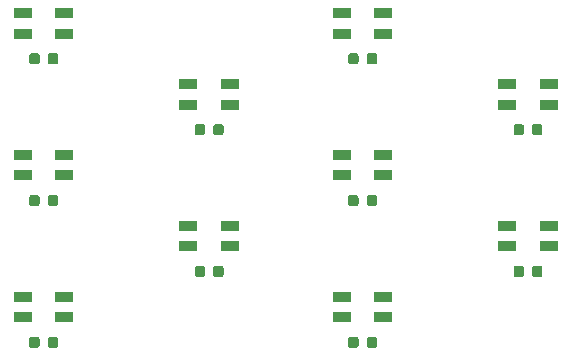
<source format=gtp>
G04 #@! TF.GenerationSoftware,KiCad,Pcbnew,(5.1.4)-1*
G04 #@! TF.CreationDate,2019-10-14T20:14:25-04:00*
G04 #@! TF.ProjectId,badger-badge,62616467-6572-42d6-9261-6467652e6b69,rev?*
G04 #@! TF.SameCoordinates,Original*
G04 #@! TF.FileFunction,Paste,Top*
G04 #@! TF.FilePolarity,Positive*
%FSLAX46Y46*%
G04 Gerber Fmt 4.6, Leading zero omitted, Abs format (unit mm)*
G04 Created by KiCad (PCBNEW (5.1.4)-1) date 2019-10-14 20:14:25*
%MOMM*%
%LPD*%
G04 APERTURE LIST*
%ADD10R,1.600000X0.850000*%
%ADD11C,0.100000*%
%ADD12C,0.875000*%
G04 APERTURE END LIST*
D10*
X85750000Y-97875000D03*
X85750000Y-96125000D03*
X82250000Y-97875000D03*
X82250000Y-96125000D03*
X58750000Y-85875000D03*
X58750000Y-84125000D03*
X55250000Y-85875000D03*
X55250000Y-84125000D03*
X58750000Y-97875000D03*
X58750000Y-96125000D03*
X55250000Y-97875000D03*
X55250000Y-96125000D03*
X99750000Y-79875000D03*
X99750000Y-78125000D03*
X96250000Y-79875000D03*
X96250000Y-78125000D03*
X99750000Y-91875000D03*
X99750000Y-90125000D03*
X96250000Y-91875000D03*
X96250000Y-90125000D03*
X72750000Y-79875000D03*
X72750000Y-78125000D03*
X69250000Y-79875000D03*
X69250000Y-78125000D03*
X72750000Y-91875000D03*
X72750000Y-90125000D03*
X69250000Y-91875000D03*
X69250000Y-90125000D03*
X85750000Y-73875000D03*
X85750000Y-72125000D03*
X82250000Y-73875000D03*
X82250000Y-72125000D03*
X85750000Y-85875000D03*
X85750000Y-84125000D03*
X82250000Y-85875000D03*
X82250000Y-84125000D03*
X58750000Y-73875000D03*
X58750000Y-72125000D03*
X55250000Y-73875000D03*
X55250000Y-72125000D03*
D11*
G36*
X85027691Y-99526053D02*
G01*
X85048926Y-99529203D01*
X85069750Y-99534419D01*
X85089962Y-99541651D01*
X85109368Y-99550830D01*
X85127781Y-99561866D01*
X85145024Y-99574654D01*
X85160930Y-99589070D01*
X85175346Y-99604976D01*
X85188134Y-99622219D01*
X85199170Y-99640632D01*
X85208349Y-99660038D01*
X85215581Y-99680250D01*
X85220797Y-99701074D01*
X85223947Y-99722309D01*
X85225000Y-99743750D01*
X85225000Y-100256250D01*
X85223947Y-100277691D01*
X85220797Y-100298926D01*
X85215581Y-100319750D01*
X85208349Y-100339962D01*
X85199170Y-100359368D01*
X85188134Y-100377781D01*
X85175346Y-100395024D01*
X85160930Y-100410930D01*
X85145024Y-100425346D01*
X85127781Y-100438134D01*
X85109368Y-100449170D01*
X85089962Y-100458349D01*
X85069750Y-100465581D01*
X85048926Y-100470797D01*
X85027691Y-100473947D01*
X85006250Y-100475000D01*
X84568750Y-100475000D01*
X84547309Y-100473947D01*
X84526074Y-100470797D01*
X84505250Y-100465581D01*
X84485038Y-100458349D01*
X84465632Y-100449170D01*
X84447219Y-100438134D01*
X84429976Y-100425346D01*
X84414070Y-100410930D01*
X84399654Y-100395024D01*
X84386866Y-100377781D01*
X84375830Y-100359368D01*
X84366651Y-100339962D01*
X84359419Y-100319750D01*
X84354203Y-100298926D01*
X84351053Y-100277691D01*
X84350000Y-100256250D01*
X84350000Y-99743750D01*
X84351053Y-99722309D01*
X84354203Y-99701074D01*
X84359419Y-99680250D01*
X84366651Y-99660038D01*
X84375830Y-99640632D01*
X84386866Y-99622219D01*
X84399654Y-99604976D01*
X84414070Y-99589070D01*
X84429976Y-99574654D01*
X84447219Y-99561866D01*
X84465632Y-99550830D01*
X84485038Y-99541651D01*
X84505250Y-99534419D01*
X84526074Y-99529203D01*
X84547309Y-99526053D01*
X84568750Y-99525000D01*
X85006250Y-99525000D01*
X85027691Y-99526053D01*
X85027691Y-99526053D01*
G37*
D12*
X84787500Y-100000000D03*
D11*
G36*
X83452691Y-99526053D02*
G01*
X83473926Y-99529203D01*
X83494750Y-99534419D01*
X83514962Y-99541651D01*
X83534368Y-99550830D01*
X83552781Y-99561866D01*
X83570024Y-99574654D01*
X83585930Y-99589070D01*
X83600346Y-99604976D01*
X83613134Y-99622219D01*
X83624170Y-99640632D01*
X83633349Y-99660038D01*
X83640581Y-99680250D01*
X83645797Y-99701074D01*
X83648947Y-99722309D01*
X83650000Y-99743750D01*
X83650000Y-100256250D01*
X83648947Y-100277691D01*
X83645797Y-100298926D01*
X83640581Y-100319750D01*
X83633349Y-100339962D01*
X83624170Y-100359368D01*
X83613134Y-100377781D01*
X83600346Y-100395024D01*
X83585930Y-100410930D01*
X83570024Y-100425346D01*
X83552781Y-100438134D01*
X83534368Y-100449170D01*
X83514962Y-100458349D01*
X83494750Y-100465581D01*
X83473926Y-100470797D01*
X83452691Y-100473947D01*
X83431250Y-100475000D01*
X82993750Y-100475000D01*
X82972309Y-100473947D01*
X82951074Y-100470797D01*
X82930250Y-100465581D01*
X82910038Y-100458349D01*
X82890632Y-100449170D01*
X82872219Y-100438134D01*
X82854976Y-100425346D01*
X82839070Y-100410930D01*
X82824654Y-100395024D01*
X82811866Y-100377781D01*
X82800830Y-100359368D01*
X82791651Y-100339962D01*
X82784419Y-100319750D01*
X82779203Y-100298926D01*
X82776053Y-100277691D01*
X82775000Y-100256250D01*
X82775000Y-99743750D01*
X82776053Y-99722309D01*
X82779203Y-99701074D01*
X82784419Y-99680250D01*
X82791651Y-99660038D01*
X82800830Y-99640632D01*
X82811866Y-99622219D01*
X82824654Y-99604976D01*
X82839070Y-99589070D01*
X82854976Y-99574654D01*
X82872219Y-99561866D01*
X82890632Y-99550830D01*
X82910038Y-99541651D01*
X82930250Y-99534419D01*
X82951074Y-99529203D01*
X82972309Y-99526053D01*
X82993750Y-99525000D01*
X83431250Y-99525000D01*
X83452691Y-99526053D01*
X83452691Y-99526053D01*
G37*
D12*
X83212500Y-100000000D03*
D11*
G36*
X58027691Y-99526053D02*
G01*
X58048926Y-99529203D01*
X58069750Y-99534419D01*
X58089962Y-99541651D01*
X58109368Y-99550830D01*
X58127781Y-99561866D01*
X58145024Y-99574654D01*
X58160930Y-99589070D01*
X58175346Y-99604976D01*
X58188134Y-99622219D01*
X58199170Y-99640632D01*
X58208349Y-99660038D01*
X58215581Y-99680250D01*
X58220797Y-99701074D01*
X58223947Y-99722309D01*
X58225000Y-99743750D01*
X58225000Y-100256250D01*
X58223947Y-100277691D01*
X58220797Y-100298926D01*
X58215581Y-100319750D01*
X58208349Y-100339962D01*
X58199170Y-100359368D01*
X58188134Y-100377781D01*
X58175346Y-100395024D01*
X58160930Y-100410930D01*
X58145024Y-100425346D01*
X58127781Y-100438134D01*
X58109368Y-100449170D01*
X58089962Y-100458349D01*
X58069750Y-100465581D01*
X58048926Y-100470797D01*
X58027691Y-100473947D01*
X58006250Y-100475000D01*
X57568750Y-100475000D01*
X57547309Y-100473947D01*
X57526074Y-100470797D01*
X57505250Y-100465581D01*
X57485038Y-100458349D01*
X57465632Y-100449170D01*
X57447219Y-100438134D01*
X57429976Y-100425346D01*
X57414070Y-100410930D01*
X57399654Y-100395024D01*
X57386866Y-100377781D01*
X57375830Y-100359368D01*
X57366651Y-100339962D01*
X57359419Y-100319750D01*
X57354203Y-100298926D01*
X57351053Y-100277691D01*
X57350000Y-100256250D01*
X57350000Y-99743750D01*
X57351053Y-99722309D01*
X57354203Y-99701074D01*
X57359419Y-99680250D01*
X57366651Y-99660038D01*
X57375830Y-99640632D01*
X57386866Y-99622219D01*
X57399654Y-99604976D01*
X57414070Y-99589070D01*
X57429976Y-99574654D01*
X57447219Y-99561866D01*
X57465632Y-99550830D01*
X57485038Y-99541651D01*
X57505250Y-99534419D01*
X57526074Y-99529203D01*
X57547309Y-99526053D01*
X57568750Y-99525000D01*
X58006250Y-99525000D01*
X58027691Y-99526053D01*
X58027691Y-99526053D01*
G37*
D12*
X57787500Y-100000000D03*
D11*
G36*
X56452691Y-99526053D02*
G01*
X56473926Y-99529203D01*
X56494750Y-99534419D01*
X56514962Y-99541651D01*
X56534368Y-99550830D01*
X56552781Y-99561866D01*
X56570024Y-99574654D01*
X56585930Y-99589070D01*
X56600346Y-99604976D01*
X56613134Y-99622219D01*
X56624170Y-99640632D01*
X56633349Y-99660038D01*
X56640581Y-99680250D01*
X56645797Y-99701074D01*
X56648947Y-99722309D01*
X56650000Y-99743750D01*
X56650000Y-100256250D01*
X56648947Y-100277691D01*
X56645797Y-100298926D01*
X56640581Y-100319750D01*
X56633349Y-100339962D01*
X56624170Y-100359368D01*
X56613134Y-100377781D01*
X56600346Y-100395024D01*
X56585930Y-100410930D01*
X56570024Y-100425346D01*
X56552781Y-100438134D01*
X56534368Y-100449170D01*
X56514962Y-100458349D01*
X56494750Y-100465581D01*
X56473926Y-100470797D01*
X56452691Y-100473947D01*
X56431250Y-100475000D01*
X55993750Y-100475000D01*
X55972309Y-100473947D01*
X55951074Y-100470797D01*
X55930250Y-100465581D01*
X55910038Y-100458349D01*
X55890632Y-100449170D01*
X55872219Y-100438134D01*
X55854976Y-100425346D01*
X55839070Y-100410930D01*
X55824654Y-100395024D01*
X55811866Y-100377781D01*
X55800830Y-100359368D01*
X55791651Y-100339962D01*
X55784419Y-100319750D01*
X55779203Y-100298926D01*
X55776053Y-100277691D01*
X55775000Y-100256250D01*
X55775000Y-99743750D01*
X55776053Y-99722309D01*
X55779203Y-99701074D01*
X55784419Y-99680250D01*
X55791651Y-99660038D01*
X55800830Y-99640632D01*
X55811866Y-99622219D01*
X55824654Y-99604976D01*
X55839070Y-99589070D01*
X55854976Y-99574654D01*
X55872219Y-99561866D01*
X55890632Y-99550830D01*
X55910038Y-99541651D01*
X55930250Y-99534419D01*
X55951074Y-99529203D01*
X55972309Y-99526053D01*
X55993750Y-99525000D01*
X56431250Y-99525000D01*
X56452691Y-99526053D01*
X56452691Y-99526053D01*
G37*
D12*
X56212500Y-100000000D03*
D11*
G36*
X99027691Y-93526053D02*
G01*
X99048926Y-93529203D01*
X99069750Y-93534419D01*
X99089962Y-93541651D01*
X99109368Y-93550830D01*
X99127781Y-93561866D01*
X99145024Y-93574654D01*
X99160930Y-93589070D01*
X99175346Y-93604976D01*
X99188134Y-93622219D01*
X99199170Y-93640632D01*
X99208349Y-93660038D01*
X99215581Y-93680250D01*
X99220797Y-93701074D01*
X99223947Y-93722309D01*
X99225000Y-93743750D01*
X99225000Y-94256250D01*
X99223947Y-94277691D01*
X99220797Y-94298926D01*
X99215581Y-94319750D01*
X99208349Y-94339962D01*
X99199170Y-94359368D01*
X99188134Y-94377781D01*
X99175346Y-94395024D01*
X99160930Y-94410930D01*
X99145024Y-94425346D01*
X99127781Y-94438134D01*
X99109368Y-94449170D01*
X99089962Y-94458349D01*
X99069750Y-94465581D01*
X99048926Y-94470797D01*
X99027691Y-94473947D01*
X99006250Y-94475000D01*
X98568750Y-94475000D01*
X98547309Y-94473947D01*
X98526074Y-94470797D01*
X98505250Y-94465581D01*
X98485038Y-94458349D01*
X98465632Y-94449170D01*
X98447219Y-94438134D01*
X98429976Y-94425346D01*
X98414070Y-94410930D01*
X98399654Y-94395024D01*
X98386866Y-94377781D01*
X98375830Y-94359368D01*
X98366651Y-94339962D01*
X98359419Y-94319750D01*
X98354203Y-94298926D01*
X98351053Y-94277691D01*
X98350000Y-94256250D01*
X98350000Y-93743750D01*
X98351053Y-93722309D01*
X98354203Y-93701074D01*
X98359419Y-93680250D01*
X98366651Y-93660038D01*
X98375830Y-93640632D01*
X98386866Y-93622219D01*
X98399654Y-93604976D01*
X98414070Y-93589070D01*
X98429976Y-93574654D01*
X98447219Y-93561866D01*
X98465632Y-93550830D01*
X98485038Y-93541651D01*
X98505250Y-93534419D01*
X98526074Y-93529203D01*
X98547309Y-93526053D01*
X98568750Y-93525000D01*
X99006250Y-93525000D01*
X99027691Y-93526053D01*
X99027691Y-93526053D01*
G37*
D12*
X98787500Y-94000000D03*
D11*
G36*
X97452691Y-93526053D02*
G01*
X97473926Y-93529203D01*
X97494750Y-93534419D01*
X97514962Y-93541651D01*
X97534368Y-93550830D01*
X97552781Y-93561866D01*
X97570024Y-93574654D01*
X97585930Y-93589070D01*
X97600346Y-93604976D01*
X97613134Y-93622219D01*
X97624170Y-93640632D01*
X97633349Y-93660038D01*
X97640581Y-93680250D01*
X97645797Y-93701074D01*
X97648947Y-93722309D01*
X97650000Y-93743750D01*
X97650000Y-94256250D01*
X97648947Y-94277691D01*
X97645797Y-94298926D01*
X97640581Y-94319750D01*
X97633349Y-94339962D01*
X97624170Y-94359368D01*
X97613134Y-94377781D01*
X97600346Y-94395024D01*
X97585930Y-94410930D01*
X97570024Y-94425346D01*
X97552781Y-94438134D01*
X97534368Y-94449170D01*
X97514962Y-94458349D01*
X97494750Y-94465581D01*
X97473926Y-94470797D01*
X97452691Y-94473947D01*
X97431250Y-94475000D01*
X96993750Y-94475000D01*
X96972309Y-94473947D01*
X96951074Y-94470797D01*
X96930250Y-94465581D01*
X96910038Y-94458349D01*
X96890632Y-94449170D01*
X96872219Y-94438134D01*
X96854976Y-94425346D01*
X96839070Y-94410930D01*
X96824654Y-94395024D01*
X96811866Y-94377781D01*
X96800830Y-94359368D01*
X96791651Y-94339962D01*
X96784419Y-94319750D01*
X96779203Y-94298926D01*
X96776053Y-94277691D01*
X96775000Y-94256250D01*
X96775000Y-93743750D01*
X96776053Y-93722309D01*
X96779203Y-93701074D01*
X96784419Y-93680250D01*
X96791651Y-93660038D01*
X96800830Y-93640632D01*
X96811866Y-93622219D01*
X96824654Y-93604976D01*
X96839070Y-93589070D01*
X96854976Y-93574654D01*
X96872219Y-93561866D01*
X96890632Y-93550830D01*
X96910038Y-93541651D01*
X96930250Y-93534419D01*
X96951074Y-93529203D01*
X96972309Y-93526053D01*
X96993750Y-93525000D01*
X97431250Y-93525000D01*
X97452691Y-93526053D01*
X97452691Y-93526053D01*
G37*
D12*
X97212500Y-94000000D03*
D11*
G36*
X72027691Y-93526053D02*
G01*
X72048926Y-93529203D01*
X72069750Y-93534419D01*
X72089962Y-93541651D01*
X72109368Y-93550830D01*
X72127781Y-93561866D01*
X72145024Y-93574654D01*
X72160930Y-93589070D01*
X72175346Y-93604976D01*
X72188134Y-93622219D01*
X72199170Y-93640632D01*
X72208349Y-93660038D01*
X72215581Y-93680250D01*
X72220797Y-93701074D01*
X72223947Y-93722309D01*
X72225000Y-93743750D01*
X72225000Y-94256250D01*
X72223947Y-94277691D01*
X72220797Y-94298926D01*
X72215581Y-94319750D01*
X72208349Y-94339962D01*
X72199170Y-94359368D01*
X72188134Y-94377781D01*
X72175346Y-94395024D01*
X72160930Y-94410930D01*
X72145024Y-94425346D01*
X72127781Y-94438134D01*
X72109368Y-94449170D01*
X72089962Y-94458349D01*
X72069750Y-94465581D01*
X72048926Y-94470797D01*
X72027691Y-94473947D01*
X72006250Y-94475000D01*
X71568750Y-94475000D01*
X71547309Y-94473947D01*
X71526074Y-94470797D01*
X71505250Y-94465581D01*
X71485038Y-94458349D01*
X71465632Y-94449170D01*
X71447219Y-94438134D01*
X71429976Y-94425346D01*
X71414070Y-94410930D01*
X71399654Y-94395024D01*
X71386866Y-94377781D01*
X71375830Y-94359368D01*
X71366651Y-94339962D01*
X71359419Y-94319750D01*
X71354203Y-94298926D01*
X71351053Y-94277691D01*
X71350000Y-94256250D01*
X71350000Y-93743750D01*
X71351053Y-93722309D01*
X71354203Y-93701074D01*
X71359419Y-93680250D01*
X71366651Y-93660038D01*
X71375830Y-93640632D01*
X71386866Y-93622219D01*
X71399654Y-93604976D01*
X71414070Y-93589070D01*
X71429976Y-93574654D01*
X71447219Y-93561866D01*
X71465632Y-93550830D01*
X71485038Y-93541651D01*
X71505250Y-93534419D01*
X71526074Y-93529203D01*
X71547309Y-93526053D01*
X71568750Y-93525000D01*
X72006250Y-93525000D01*
X72027691Y-93526053D01*
X72027691Y-93526053D01*
G37*
D12*
X71787500Y-94000000D03*
D11*
G36*
X70452691Y-93526053D02*
G01*
X70473926Y-93529203D01*
X70494750Y-93534419D01*
X70514962Y-93541651D01*
X70534368Y-93550830D01*
X70552781Y-93561866D01*
X70570024Y-93574654D01*
X70585930Y-93589070D01*
X70600346Y-93604976D01*
X70613134Y-93622219D01*
X70624170Y-93640632D01*
X70633349Y-93660038D01*
X70640581Y-93680250D01*
X70645797Y-93701074D01*
X70648947Y-93722309D01*
X70650000Y-93743750D01*
X70650000Y-94256250D01*
X70648947Y-94277691D01*
X70645797Y-94298926D01*
X70640581Y-94319750D01*
X70633349Y-94339962D01*
X70624170Y-94359368D01*
X70613134Y-94377781D01*
X70600346Y-94395024D01*
X70585930Y-94410930D01*
X70570024Y-94425346D01*
X70552781Y-94438134D01*
X70534368Y-94449170D01*
X70514962Y-94458349D01*
X70494750Y-94465581D01*
X70473926Y-94470797D01*
X70452691Y-94473947D01*
X70431250Y-94475000D01*
X69993750Y-94475000D01*
X69972309Y-94473947D01*
X69951074Y-94470797D01*
X69930250Y-94465581D01*
X69910038Y-94458349D01*
X69890632Y-94449170D01*
X69872219Y-94438134D01*
X69854976Y-94425346D01*
X69839070Y-94410930D01*
X69824654Y-94395024D01*
X69811866Y-94377781D01*
X69800830Y-94359368D01*
X69791651Y-94339962D01*
X69784419Y-94319750D01*
X69779203Y-94298926D01*
X69776053Y-94277691D01*
X69775000Y-94256250D01*
X69775000Y-93743750D01*
X69776053Y-93722309D01*
X69779203Y-93701074D01*
X69784419Y-93680250D01*
X69791651Y-93660038D01*
X69800830Y-93640632D01*
X69811866Y-93622219D01*
X69824654Y-93604976D01*
X69839070Y-93589070D01*
X69854976Y-93574654D01*
X69872219Y-93561866D01*
X69890632Y-93550830D01*
X69910038Y-93541651D01*
X69930250Y-93534419D01*
X69951074Y-93529203D01*
X69972309Y-93526053D01*
X69993750Y-93525000D01*
X70431250Y-93525000D01*
X70452691Y-93526053D01*
X70452691Y-93526053D01*
G37*
D12*
X70212500Y-94000000D03*
D11*
G36*
X85027691Y-87526053D02*
G01*
X85048926Y-87529203D01*
X85069750Y-87534419D01*
X85089962Y-87541651D01*
X85109368Y-87550830D01*
X85127781Y-87561866D01*
X85145024Y-87574654D01*
X85160930Y-87589070D01*
X85175346Y-87604976D01*
X85188134Y-87622219D01*
X85199170Y-87640632D01*
X85208349Y-87660038D01*
X85215581Y-87680250D01*
X85220797Y-87701074D01*
X85223947Y-87722309D01*
X85225000Y-87743750D01*
X85225000Y-88256250D01*
X85223947Y-88277691D01*
X85220797Y-88298926D01*
X85215581Y-88319750D01*
X85208349Y-88339962D01*
X85199170Y-88359368D01*
X85188134Y-88377781D01*
X85175346Y-88395024D01*
X85160930Y-88410930D01*
X85145024Y-88425346D01*
X85127781Y-88438134D01*
X85109368Y-88449170D01*
X85089962Y-88458349D01*
X85069750Y-88465581D01*
X85048926Y-88470797D01*
X85027691Y-88473947D01*
X85006250Y-88475000D01*
X84568750Y-88475000D01*
X84547309Y-88473947D01*
X84526074Y-88470797D01*
X84505250Y-88465581D01*
X84485038Y-88458349D01*
X84465632Y-88449170D01*
X84447219Y-88438134D01*
X84429976Y-88425346D01*
X84414070Y-88410930D01*
X84399654Y-88395024D01*
X84386866Y-88377781D01*
X84375830Y-88359368D01*
X84366651Y-88339962D01*
X84359419Y-88319750D01*
X84354203Y-88298926D01*
X84351053Y-88277691D01*
X84350000Y-88256250D01*
X84350000Y-87743750D01*
X84351053Y-87722309D01*
X84354203Y-87701074D01*
X84359419Y-87680250D01*
X84366651Y-87660038D01*
X84375830Y-87640632D01*
X84386866Y-87622219D01*
X84399654Y-87604976D01*
X84414070Y-87589070D01*
X84429976Y-87574654D01*
X84447219Y-87561866D01*
X84465632Y-87550830D01*
X84485038Y-87541651D01*
X84505250Y-87534419D01*
X84526074Y-87529203D01*
X84547309Y-87526053D01*
X84568750Y-87525000D01*
X85006250Y-87525000D01*
X85027691Y-87526053D01*
X85027691Y-87526053D01*
G37*
D12*
X84787500Y-88000000D03*
D11*
G36*
X83452691Y-87526053D02*
G01*
X83473926Y-87529203D01*
X83494750Y-87534419D01*
X83514962Y-87541651D01*
X83534368Y-87550830D01*
X83552781Y-87561866D01*
X83570024Y-87574654D01*
X83585930Y-87589070D01*
X83600346Y-87604976D01*
X83613134Y-87622219D01*
X83624170Y-87640632D01*
X83633349Y-87660038D01*
X83640581Y-87680250D01*
X83645797Y-87701074D01*
X83648947Y-87722309D01*
X83650000Y-87743750D01*
X83650000Y-88256250D01*
X83648947Y-88277691D01*
X83645797Y-88298926D01*
X83640581Y-88319750D01*
X83633349Y-88339962D01*
X83624170Y-88359368D01*
X83613134Y-88377781D01*
X83600346Y-88395024D01*
X83585930Y-88410930D01*
X83570024Y-88425346D01*
X83552781Y-88438134D01*
X83534368Y-88449170D01*
X83514962Y-88458349D01*
X83494750Y-88465581D01*
X83473926Y-88470797D01*
X83452691Y-88473947D01*
X83431250Y-88475000D01*
X82993750Y-88475000D01*
X82972309Y-88473947D01*
X82951074Y-88470797D01*
X82930250Y-88465581D01*
X82910038Y-88458349D01*
X82890632Y-88449170D01*
X82872219Y-88438134D01*
X82854976Y-88425346D01*
X82839070Y-88410930D01*
X82824654Y-88395024D01*
X82811866Y-88377781D01*
X82800830Y-88359368D01*
X82791651Y-88339962D01*
X82784419Y-88319750D01*
X82779203Y-88298926D01*
X82776053Y-88277691D01*
X82775000Y-88256250D01*
X82775000Y-87743750D01*
X82776053Y-87722309D01*
X82779203Y-87701074D01*
X82784419Y-87680250D01*
X82791651Y-87660038D01*
X82800830Y-87640632D01*
X82811866Y-87622219D01*
X82824654Y-87604976D01*
X82839070Y-87589070D01*
X82854976Y-87574654D01*
X82872219Y-87561866D01*
X82890632Y-87550830D01*
X82910038Y-87541651D01*
X82930250Y-87534419D01*
X82951074Y-87529203D01*
X82972309Y-87526053D01*
X82993750Y-87525000D01*
X83431250Y-87525000D01*
X83452691Y-87526053D01*
X83452691Y-87526053D01*
G37*
D12*
X83212500Y-88000000D03*
D11*
G36*
X58027691Y-87526053D02*
G01*
X58048926Y-87529203D01*
X58069750Y-87534419D01*
X58089962Y-87541651D01*
X58109368Y-87550830D01*
X58127781Y-87561866D01*
X58145024Y-87574654D01*
X58160930Y-87589070D01*
X58175346Y-87604976D01*
X58188134Y-87622219D01*
X58199170Y-87640632D01*
X58208349Y-87660038D01*
X58215581Y-87680250D01*
X58220797Y-87701074D01*
X58223947Y-87722309D01*
X58225000Y-87743750D01*
X58225000Y-88256250D01*
X58223947Y-88277691D01*
X58220797Y-88298926D01*
X58215581Y-88319750D01*
X58208349Y-88339962D01*
X58199170Y-88359368D01*
X58188134Y-88377781D01*
X58175346Y-88395024D01*
X58160930Y-88410930D01*
X58145024Y-88425346D01*
X58127781Y-88438134D01*
X58109368Y-88449170D01*
X58089962Y-88458349D01*
X58069750Y-88465581D01*
X58048926Y-88470797D01*
X58027691Y-88473947D01*
X58006250Y-88475000D01*
X57568750Y-88475000D01*
X57547309Y-88473947D01*
X57526074Y-88470797D01*
X57505250Y-88465581D01*
X57485038Y-88458349D01*
X57465632Y-88449170D01*
X57447219Y-88438134D01*
X57429976Y-88425346D01*
X57414070Y-88410930D01*
X57399654Y-88395024D01*
X57386866Y-88377781D01*
X57375830Y-88359368D01*
X57366651Y-88339962D01*
X57359419Y-88319750D01*
X57354203Y-88298926D01*
X57351053Y-88277691D01*
X57350000Y-88256250D01*
X57350000Y-87743750D01*
X57351053Y-87722309D01*
X57354203Y-87701074D01*
X57359419Y-87680250D01*
X57366651Y-87660038D01*
X57375830Y-87640632D01*
X57386866Y-87622219D01*
X57399654Y-87604976D01*
X57414070Y-87589070D01*
X57429976Y-87574654D01*
X57447219Y-87561866D01*
X57465632Y-87550830D01*
X57485038Y-87541651D01*
X57505250Y-87534419D01*
X57526074Y-87529203D01*
X57547309Y-87526053D01*
X57568750Y-87525000D01*
X58006250Y-87525000D01*
X58027691Y-87526053D01*
X58027691Y-87526053D01*
G37*
D12*
X57787500Y-88000000D03*
D11*
G36*
X56452691Y-87526053D02*
G01*
X56473926Y-87529203D01*
X56494750Y-87534419D01*
X56514962Y-87541651D01*
X56534368Y-87550830D01*
X56552781Y-87561866D01*
X56570024Y-87574654D01*
X56585930Y-87589070D01*
X56600346Y-87604976D01*
X56613134Y-87622219D01*
X56624170Y-87640632D01*
X56633349Y-87660038D01*
X56640581Y-87680250D01*
X56645797Y-87701074D01*
X56648947Y-87722309D01*
X56650000Y-87743750D01*
X56650000Y-88256250D01*
X56648947Y-88277691D01*
X56645797Y-88298926D01*
X56640581Y-88319750D01*
X56633349Y-88339962D01*
X56624170Y-88359368D01*
X56613134Y-88377781D01*
X56600346Y-88395024D01*
X56585930Y-88410930D01*
X56570024Y-88425346D01*
X56552781Y-88438134D01*
X56534368Y-88449170D01*
X56514962Y-88458349D01*
X56494750Y-88465581D01*
X56473926Y-88470797D01*
X56452691Y-88473947D01*
X56431250Y-88475000D01*
X55993750Y-88475000D01*
X55972309Y-88473947D01*
X55951074Y-88470797D01*
X55930250Y-88465581D01*
X55910038Y-88458349D01*
X55890632Y-88449170D01*
X55872219Y-88438134D01*
X55854976Y-88425346D01*
X55839070Y-88410930D01*
X55824654Y-88395024D01*
X55811866Y-88377781D01*
X55800830Y-88359368D01*
X55791651Y-88339962D01*
X55784419Y-88319750D01*
X55779203Y-88298926D01*
X55776053Y-88277691D01*
X55775000Y-88256250D01*
X55775000Y-87743750D01*
X55776053Y-87722309D01*
X55779203Y-87701074D01*
X55784419Y-87680250D01*
X55791651Y-87660038D01*
X55800830Y-87640632D01*
X55811866Y-87622219D01*
X55824654Y-87604976D01*
X55839070Y-87589070D01*
X55854976Y-87574654D01*
X55872219Y-87561866D01*
X55890632Y-87550830D01*
X55910038Y-87541651D01*
X55930250Y-87534419D01*
X55951074Y-87529203D01*
X55972309Y-87526053D01*
X55993750Y-87525000D01*
X56431250Y-87525000D01*
X56452691Y-87526053D01*
X56452691Y-87526053D01*
G37*
D12*
X56212500Y-88000000D03*
D11*
G36*
X99027691Y-81526053D02*
G01*
X99048926Y-81529203D01*
X99069750Y-81534419D01*
X99089962Y-81541651D01*
X99109368Y-81550830D01*
X99127781Y-81561866D01*
X99145024Y-81574654D01*
X99160930Y-81589070D01*
X99175346Y-81604976D01*
X99188134Y-81622219D01*
X99199170Y-81640632D01*
X99208349Y-81660038D01*
X99215581Y-81680250D01*
X99220797Y-81701074D01*
X99223947Y-81722309D01*
X99225000Y-81743750D01*
X99225000Y-82256250D01*
X99223947Y-82277691D01*
X99220797Y-82298926D01*
X99215581Y-82319750D01*
X99208349Y-82339962D01*
X99199170Y-82359368D01*
X99188134Y-82377781D01*
X99175346Y-82395024D01*
X99160930Y-82410930D01*
X99145024Y-82425346D01*
X99127781Y-82438134D01*
X99109368Y-82449170D01*
X99089962Y-82458349D01*
X99069750Y-82465581D01*
X99048926Y-82470797D01*
X99027691Y-82473947D01*
X99006250Y-82475000D01*
X98568750Y-82475000D01*
X98547309Y-82473947D01*
X98526074Y-82470797D01*
X98505250Y-82465581D01*
X98485038Y-82458349D01*
X98465632Y-82449170D01*
X98447219Y-82438134D01*
X98429976Y-82425346D01*
X98414070Y-82410930D01*
X98399654Y-82395024D01*
X98386866Y-82377781D01*
X98375830Y-82359368D01*
X98366651Y-82339962D01*
X98359419Y-82319750D01*
X98354203Y-82298926D01*
X98351053Y-82277691D01*
X98350000Y-82256250D01*
X98350000Y-81743750D01*
X98351053Y-81722309D01*
X98354203Y-81701074D01*
X98359419Y-81680250D01*
X98366651Y-81660038D01*
X98375830Y-81640632D01*
X98386866Y-81622219D01*
X98399654Y-81604976D01*
X98414070Y-81589070D01*
X98429976Y-81574654D01*
X98447219Y-81561866D01*
X98465632Y-81550830D01*
X98485038Y-81541651D01*
X98505250Y-81534419D01*
X98526074Y-81529203D01*
X98547309Y-81526053D01*
X98568750Y-81525000D01*
X99006250Y-81525000D01*
X99027691Y-81526053D01*
X99027691Y-81526053D01*
G37*
D12*
X98787500Y-82000000D03*
D11*
G36*
X97452691Y-81526053D02*
G01*
X97473926Y-81529203D01*
X97494750Y-81534419D01*
X97514962Y-81541651D01*
X97534368Y-81550830D01*
X97552781Y-81561866D01*
X97570024Y-81574654D01*
X97585930Y-81589070D01*
X97600346Y-81604976D01*
X97613134Y-81622219D01*
X97624170Y-81640632D01*
X97633349Y-81660038D01*
X97640581Y-81680250D01*
X97645797Y-81701074D01*
X97648947Y-81722309D01*
X97650000Y-81743750D01*
X97650000Y-82256250D01*
X97648947Y-82277691D01*
X97645797Y-82298926D01*
X97640581Y-82319750D01*
X97633349Y-82339962D01*
X97624170Y-82359368D01*
X97613134Y-82377781D01*
X97600346Y-82395024D01*
X97585930Y-82410930D01*
X97570024Y-82425346D01*
X97552781Y-82438134D01*
X97534368Y-82449170D01*
X97514962Y-82458349D01*
X97494750Y-82465581D01*
X97473926Y-82470797D01*
X97452691Y-82473947D01*
X97431250Y-82475000D01*
X96993750Y-82475000D01*
X96972309Y-82473947D01*
X96951074Y-82470797D01*
X96930250Y-82465581D01*
X96910038Y-82458349D01*
X96890632Y-82449170D01*
X96872219Y-82438134D01*
X96854976Y-82425346D01*
X96839070Y-82410930D01*
X96824654Y-82395024D01*
X96811866Y-82377781D01*
X96800830Y-82359368D01*
X96791651Y-82339962D01*
X96784419Y-82319750D01*
X96779203Y-82298926D01*
X96776053Y-82277691D01*
X96775000Y-82256250D01*
X96775000Y-81743750D01*
X96776053Y-81722309D01*
X96779203Y-81701074D01*
X96784419Y-81680250D01*
X96791651Y-81660038D01*
X96800830Y-81640632D01*
X96811866Y-81622219D01*
X96824654Y-81604976D01*
X96839070Y-81589070D01*
X96854976Y-81574654D01*
X96872219Y-81561866D01*
X96890632Y-81550830D01*
X96910038Y-81541651D01*
X96930250Y-81534419D01*
X96951074Y-81529203D01*
X96972309Y-81526053D01*
X96993750Y-81525000D01*
X97431250Y-81525000D01*
X97452691Y-81526053D01*
X97452691Y-81526053D01*
G37*
D12*
X97212500Y-82000000D03*
D11*
G36*
X72027691Y-81526053D02*
G01*
X72048926Y-81529203D01*
X72069750Y-81534419D01*
X72089962Y-81541651D01*
X72109368Y-81550830D01*
X72127781Y-81561866D01*
X72145024Y-81574654D01*
X72160930Y-81589070D01*
X72175346Y-81604976D01*
X72188134Y-81622219D01*
X72199170Y-81640632D01*
X72208349Y-81660038D01*
X72215581Y-81680250D01*
X72220797Y-81701074D01*
X72223947Y-81722309D01*
X72225000Y-81743750D01*
X72225000Y-82256250D01*
X72223947Y-82277691D01*
X72220797Y-82298926D01*
X72215581Y-82319750D01*
X72208349Y-82339962D01*
X72199170Y-82359368D01*
X72188134Y-82377781D01*
X72175346Y-82395024D01*
X72160930Y-82410930D01*
X72145024Y-82425346D01*
X72127781Y-82438134D01*
X72109368Y-82449170D01*
X72089962Y-82458349D01*
X72069750Y-82465581D01*
X72048926Y-82470797D01*
X72027691Y-82473947D01*
X72006250Y-82475000D01*
X71568750Y-82475000D01*
X71547309Y-82473947D01*
X71526074Y-82470797D01*
X71505250Y-82465581D01*
X71485038Y-82458349D01*
X71465632Y-82449170D01*
X71447219Y-82438134D01*
X71429976Y-82425346D01*
X71414070Y-82410930D01*
X71399654Y-82395024D01*
X71386866Y-82377781D01*
X71375830Y-82359368D01*
X71366651Y-82339962D01*
X71359419Y-82319750D01*
X71354203Y-82298926D01*
X71351053Y-82277691D01*
X71350000Y-82256250D01*
X71350000Y-81743750D01*
X71351053Y-81722309D01*
X71354203Y-81701074D01*
X71359419Y-81680250D01*
X71366651Y-81660038D01*
X71375830Y-81640632D01*
X71386866Y-81622219D01*
X71399654Y-81604976D01*
X71414070Y-81589070D01*
X71429976Y-81574654D01*
X71447219Y-81561866D01*
X71465632Y-81550830D01*
X71485038Y-81541651D01*
X71505250Y-81534419D01*
X71526074Y-81529203D01*
X71547309Y-81526053D01*
X71568750Y-81525000D01*
X72006250Y-81525000D01*
X72027691Y-81526053D01*
X72027691Y-81526053D01*
G37*
D12*
X71787500Y-82000000D03*
D11*
G36*
X70452691Y-81526053D02*
G01*
X70473926Y-81529203D01*
X70494750Y-81534419D01*
X70514962Y-81541651D01*
X70534368Y-81550830D01*
X70552781Y-81561866D01*
X70570024Y-81574654D01*
X70585930Y-81589070D01*
X70600346Y-81604976D01*
X70613134Y-81622219D01*
X70624170Y-81640632D01*
X70633349Y-81660038D01*
X70640581Y-81680250D01*
X70645797Y-81701074D01*
X70648947Y-81722309D01*
X70650000Y-81743750D01*
X70650000Y-82256250D01*
X70648947Y-82277691D01*
X70645797Y-82298926D01*
X70640581Y-82319750D01*
X70633349Y-82339962D01*
X70624170Y-82359368D01*
X70613134Y-82377781D01*
X70600346Y-82395024D01*
X70585930Y-82410930D01*
X70570024Y-82425346D01*
X70552781Y-82438134D01*
X70534368Y-82449170D01*
X70514962Y-82458349D01*
X70494750Y-82465581D01*
X70473926Y-82470797D01*
X70452691Y-82473947D01*
X70431250Y-82475000D01*
X69993750Y-82475000D01*
X69972309Y-82473947D01*
X69951074Y-82470797D01*
X69930250Y-82465581D01*
X69910038Y-82458349D01*
X69890632Y-82449170D01*
X69872219Y-82438134D01*
X69854976Y-82425346D01*
X69839070Y-82410930D01*
X69824654Y-82395024D01*
X69811866Y-82377781D01*
X69800830Y-82359368D01*
X69791651Y-82339962D01*
X69784419Y-82319750D01*
X69779203Y-82298926D01*
X69776053Y-82277691D01*
X69775000Y-82256250D01*
X69775000Y-81743750D01*
X69776053Y-81722309D01*
X69779203Y-81701074D01*
X69784419Y-81680250D01*
X69791651Y-81660038D01*
X69800830Y-81640632D01*
X69811866Y-81622219D01*
X69824654Y-81604976D01*
X69839070Y-81589070D01*
X69854976Y-81574654D01*
X69872219Y-81561866D01*
X69890632Y-81550830D01*
X69910038Y-81541651D01*
X69930250Y-81534419D01*
X69951074Y-81529203D01*
X69972309Y-81526053D01*
X69993750Y-81525000D01*
X70431250Y-81525000D01*
X70452691Y-81526053D01*
X70452691Y-81526053D01*
G37*
D12*
X70212500Y-82000000D03*
D11*
G36*
X58027691Y-75526053D02*
G01*
X58048926Y-75529203D01*
X58069750Y-75534419D01*
X58089962Y-75541651D01*
X58109368Y-75550830D01*
X58127781Y-75561866D01*
X58145024Y-75574654D01*
X58160930Y-75589070D01*
X58175346Y-75604976D01*
X58188134Y-75622219D01*
X58199170Y-75640632D01*
X58208349Y-75660038D01*
X58215581Y-75680250D01*
X58220797Y-75701074D01*
X58223947Y-75722309D01*
X58225000Y-75743750D01*
X58225000Y-76256250D01*
X58223947Y-76277691D01*
X58220797Y-76298926D01*
X58215581Y-76319750D01*
X58208349Y-76339962D01*
X58199170Y-76359368D01*
X58188134Y-76377781D01*
X58175346Y-76395024D01*
X58160930Y-76410930D01*
X58145024Y-76425346D01*
X58127781Y-76438134D01*
X58109368Y-76449170D01*
X58089962Y-76458349D01*
X58069750Y-76465581D01*
X58048926Y-76470797D01*
X58027691Y-76473947D01*
X58006250Y-76475000D01*
X57568750Y-76475000D01*
X57547309Y-76473947D01*
X57526074Y-76470797D01*
X57505250Y-76465581D01*
X57485038Y-76458349D01*
X57465632Y-76449170D01*
X57447219Y-76438134D01*
X57429976Y-76425346D01*
X57414070Y-76410930D01*
X57399654Y-76395024D01*
X57386866Y-76377781D01*
X57375830Y-76359368D01*
X57366651Y-76339962D01*
X57359419Y-76319750D01*
X57354203Y-76298926D01*
X57351053Y-76277691D01*
X57350000Y-76256250D01*
X57350000Y-75743750D01*
X57351053Y-75722309D01*
X57354203Y-75701074D01*
X57359419Y-75680250D01*
X57366651Y-75660038D01*
X57375830Y-75640632D01*
X57386866Y-75622219D01*
X57399654Y-75604976D01*
X57414070Y-75589070D01*
X57429976Y-75574654D01*
X57447219Y-75561866D01*
X57465632Y-75550830D01*
X57485038Y-75541651D01*
X57505250Y-75534419D01*
X57526074Y-75529203D01*
X57547309Y-75526053D01*
X57568750Y-75525000D01*
X58006250Y-75525000D01*
X58027691Y-75526053D01*
X58027691Y-75526053D01*
G37*
D12*
X57787500Y-76000000D03*
D11*
G36*
X56452691Y-75526053D02*
G01*
X56473926Y-75529203D01*
X56494750Y-75534419D01*
X56514962Y-75541651D01*
X56534368Y-75550830D01*
X56552781Y-75561866D01*
X56570024Y-75574654D01*
X56585930Y-75589070D01*
X56600346Y-75604976D01*
X56613134Y-75622219D01*
X56624170Y-75640632D01*
X56633349Y-75660038D01*
X56640581Y-75680250D01*
X56645797Y-75701074D01*
X56648947Y-75722309D01*
X56650000Y-75743750D01*
X56650000Y-76256250D01*
X56648947Y-76277691D01*
X56645797Y-76298926D01*
X56640581Y-76319750D01*
X56633349Y-76339962D01*
X56624170Y-76359368D01*
X56613134Y-76377781D01*
X56600346Y-76395024D01*
X56585930Y-76410930D01*
X56570024Y-76425346D01*
X56552781Y-76438134D01*
X56534368Y-76449170D01*
X56514962Y-76458349D01*
X56494750Y-76465581D01*
X56473926Y-76470797D01*
X56452691Y-76473947D01*
X56431250Y-76475000D01*
X55993750Y-76475000D01*
X55972309Y-76473947D01*
X55951074Y-76470797D01*
X55930250Y-76465581D01*
X55910038Y-76458349D01*
X55890632Y-76449170D01*
X55872219Y-76438134D01*
X55854976Y-76425346D01*
X55839070Y-76410930D01*
X55824654Y-76395024D01*
X55811866Y-76377781D01*
X55800830Y-76359368D01*
X55791651Y-76339962D01*
X55784419Y-76319750D01*
X55779203Y-76298926D01*
X55776053Y-76277691D01*
X55775000Y-76256250D01*
X55775000Y-75743750D01*
X55776053Y-75722309D01*
X55779203Y-75701074D01*
X55784419Y-75680250D01*
X55791651Y-75660038D01*
X55800830Y-75640632D01*
X55811866Y-75622219D01*
X55824654Y-75604976D01*
X55839070Y-75589070D01*
X55854976Y-75574654D01*
X55872219Y-75561866D01*
X55890632Y-75550830D01*
X55910038Y-75541651D01*
X55930250Y-75534419D01*
X55951074Y-75529203D01*
X55972309Y-75526053D01*
X55993750Y-75525000D01*
X56431250Y-75525000D01*
X56452691Y-75526053D01*
X56452691Y-75526053D01*
G37*
D12*
X56212500Y-76000000D03*
D11*
G36*
X85027691Y-75526053D02*
G01*
X85048926Y-75529203D01*
X85069750Y-75534419D01*
X85089962Y-75541651D01*
X85109368Y-75550830D01*
X85127781Y-75561866D01*
X85145024Y-75574654D01*
X85160930Y-75589070D01*
X85175346Y-75604976D01*
X85188134Y-75622219D01*
X85199170Y-75640632D01*
X85208349Y-75660038D01*
X85215581Y-75680250D01*
X85220797Y-75701074D01*
X85223947Y-75722309D01*
X85225000Y-75743750D01*
X85225000Y-76256250D01*
X85223947Y-76277691D01*
X85220797Y-76298926D01*
X85215581Y-76319750D01*
X85208349Y-76339962D01*
X85199170Y-76359368D01*
X85188134Y-76377781D01*
X85175346Y-76395024D01*
X85160930Y-76410930D01*
X85145024Y-76425346D01*
X85127781Y-76438134D01*
X85109368Y-76449170D01*
X85089962Y-76458349D01*
X85069750Y-76465581D01*
X85048926Y-76470797D01*
X85027691Y-76473947D01*
X85006250Y-76475000D01*
X84568750Y-76475000D01*
X84547309Y-76473947D01*
X84526074Y-76470797D01*
X84505250Y-76465581D01*
X84485038Y-76458349D01*
X84465632Y-76449170D01*
X84447219Y-76438134D01*
X84429976Y-76425346D01*
X84414070Y-76410930D01*
X84399654Y-76395024D01*
X84386866Y-76377781D01*
X84375830Y-76359368D01*
X84366651Y-76339962D01*
X84359419Y-76319750D01*
X84354203Y-76298926D01*
X84351053Y-76277691D01*
X84350000Y-76256250D01*
X84350000Y-75743750D01*
X84351053Y-75722309D01*
X84354203Y-75701074D01*
X84359419Y-75680250D01*
X84366651Y-75660038D01*
X84375830Y-75640632D01*
X84386866Y-75622219D01*
X84399654Y-75604976D01*
X84414070Y-75589070D01*
X84429976Y-75574654D01*
X84447219Y-75561866D01*
X84465632Y-75550830D01*
X84485038Y-75541651D01*
X84505250Y-75534419D01*
X84526074Y-75529203D01*
X84547309Y-75526053D01*
X84568750Y-75525000D01*
X85006250Y-75525000D01*
X85027691Y-75526053D01*
X85027691Y-75526053D01*
G37*
D12*
X84787500Y-76000000D03*
D11*
G36*
X83452691Y-75526053D02*
G01*
X83473926Y-75529203D01*
X83494750Y-75534419D01*
X83514962Y-75541651D01*
X83534368Y-75550830D01*
X83552781Y-75561866D01*
X83570024Y-75574654D01*
X83585930Y-75589070D01*
X83600346Y-75604976D01*
X83613134Y-75622219D01*
X83624170Y-75640632D01*
X83633349Y-75660038D01*
X83640581Y-75680250D01*
X83645797Y-75701074D01*
X83648947Y-75722309D01*
X83650000Y-75743750D01*
X83650000Y-76256250D01*
X83648947Y-76277691D01*
X83645797Y-76298926D01*
X83640581Y-76319750D01*
X83633349Y-76339962D01*
X83624170Y-76359368D01*
X83613134Y-76377781D01*
X83600346Y-76395024D01*
X83585930Y-76410930D01*
X83570024Y-76425346D01*
X83552781Y-76438134D01*
X83534368Y-76449170D01*
X83514962Y-76458349D01*
X83494750Y-76465581D01*
X83473926Y-76470797D01*
X83452691Y-76473947D01*
X83431250Y-76475000D01*
X82993750Y-76475000D01*
X82972309Y-76473947D01*
X82951074Y-76470797D01*
X82930250Y-76465581D01*
X82910038Y-76458349D01*
X82890632Y-76449170D01*
X82872219Y-76438134D01*
X82854976Y-76425346D01*
X82839070Y-76410930D01*
X82824654Y-76395024D01*
X82811866Y-76377781D01*
X82800830Y-76359368D01*
X82791651Y-76339962D01*
X82784419Y-76319750D01*
X82779203Y-76298926D01*
X82776053Y-76277691D01*
X82775000Y-76256250D01*
X82775000Y-75743750D01*
X82776053Y-75722309D01*
X82779203Y-75701074D01*
X82784419Y-75680250D01*
X82791651Y-75660038D01*
X82800830Y-75640632D01*
X82811866Y-75622219D01*
X82824654Y-75604976D01*
X82839070Y-75589070D01*
X82854976Y-75574654D01*
X82872219Y-75561866D01*
X82890632Y-75550830D01*
X82910038Y-75541651D01*
X82930250Y-75534419D01*
X82951074Y-75529203D01*
X82972309Y-75526053D01*
X82993750Y-75525000D01*
X83431250Y-75525000D01*
X83452691Y-75526053D01*
X83452691Y-75526053D01*
G37*
D12*
X83212500Y-76000000D03*
M02*

</source>
